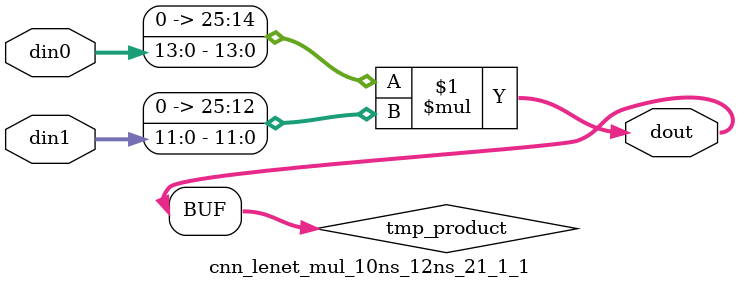
<source format=v>

`timescale 1 ns / 1 ps

  module cnn_lenet_mul_10ns_12ns_21_1_1(din0, din1, dout);
parameter ID = 1;
parameter NUM_STAGE = 0;
parameter din0_WIDTH = 14;
parameter din1_WIDTH = 12;
parameter dout_WIDTH = 26;

input [din0_WIDTH - 1 : 0] din0; 
input [din1_WIDTH - 1 : 0] din1; 
output [dout_WIDTH - 1 : 0] dout;

wire signed [dout_WIDTH - 1 : 0] tmp_product;










assign tmp_product = $signed({1'b0, din0}) * $signed({1'b0, din1});











assign dout = tmp_product;







endmodule

</source>
